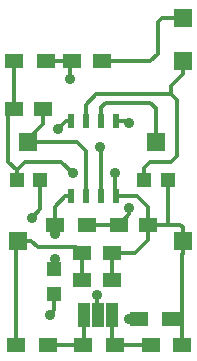
<source format=gtl>
G04 #@! TF.FileFunction,Copper,L1,Top,Mixed*
%FSLAX46Y46*%
G04 Gerber Fmt 4.6, Leading zero omitted, Abs format (unit mm)*
G04 Created by KiCad (PCBNEW (2015-12-01 BZR 6337, Git 6f5a49b)-product) date Thu 03 Dec 2015 11:37:21 AM CET*
%MOMM*%
G01*
G04 APERTURE LIST*
%ADD10C,0.100000*%
%ADD11R,1.500000X1.250000*%
%ADD12R,1.000000X2.000000*%
%ADD13R,1.650000X1.650000*%
%ADD14R,1.500000X1.300000*%
%ADD15R,1.198880X1.198880*%
%ADD16R,1.600200X1.501140*%
%ADD17R,0.508000X1.143000*%
%ADD18C,0.889000*%
%ADD19C,0.304800*%
G04 APERTURE END LIST*
D10*
D11*
X184926174Y-29233456D03*
X182426174Y-29233456D03*
X186350000Y-43100000D03*
X188850000Y-43100000D03*
X183250000Y-47750000D03*
X185750000Y-47750000D03*
X183250000Y-45500000D03*
X185750000Y-45500000D03*
X179950000Y-33300000D03*
X177450000Y-33300000D03*
D12*
X185800000Y-50700000D03*
X184600000Y-50700000D03*
X183400000Y-50700000D03*
D13*
X191770000Y-25600000D03*
X191770000Y-29210000D03*
X177800000Y-44450000D03*
X191770000Y-44450000D03*
D14*
X180226174Y-29233456D03*
X177526174Y-29233456D03*
X183650000Y-43100000D03*
X180950000Y-43100000D03*
X177650000Y-53250000D03*
X180350000Y-53250000D03*
X183350000Y-53250000D03*
X186050000Y-53250000D03*
X189050000Y-53250000D03*
X191750000Y-53250000D03*
D15*
X177699240Y-39300860D03*
X179700760Y-39300860D03*
D16*
X178700000Y-36049660D03*
D17*
X182295000Y-34325000D03*
X183565000Y-34325000D03*
X184835000Y-34325000D03*
X186105000Y-34325000D03*
X186105000Y-40675000D03*
X184835000Y-40675000D03*
X183565000Y-40675000D03*
X182295000Y-40675000D03*
D15*
X188499240Y-39300860D03*
X190500760Y-39300860D03*
D16*
X189500000Y-36049660D03*
D15*
X180900000Y-46850980D03*
X180900000Y-48949020D03*
D14*
X188050000Y-51100000D03*
X190750000Y-51100000D03*
D18*
X182250000Y-30750000D03*
X184750000Y-36500000D03*
X187250000Y-41678310D03*
X187250000Y-34500000D03*
X186000000Y-38750000D03*
X182500000Y-38750000D03*
X181250000Y-35000000D03*
X184509699Y-49070442D03*
X179000000Y-42500000D03*
X181000000Y-46003310D03*
X181000000Y-43900000D03*
X187200000Y-51100000D03*
X180500000Y-50700000D03*
D19*
X189650000Y-28600000D02*
X189016544Y-29233456D01*
X189016544Y-29233456D02*
X184926174Y-29233456D01*
X189650000Y-25950000D02*
X189650000Y-28600000D01*
X190000000Y-25600000D02*
X189650000Y-25950000D01*
X191770000Y-25600000D02*
X190000000Y-25600000D01*
X191776174Y-25626174D02*
X191750000Y-25600000D01*
X182250000Y-30750000D02*
X182250000Y-29409630D01*
X182250000Y-29409630D02*
X182426174Y-29233456D01*
X184835000Y-40675000D02*
X184835000Y-36585000D01*
X184835000Y-36585000D02*
X184750000Y-36500000D01*
X180226174Y-29233456D02*
X182426174Y-29233456D01*
X186350000Y-43100000D02*
X183650000Y-43100000D01*
X187250000Y-41678310D02*
X187250000Y-42200000D01*
X187250000Y-42200000D02*
X186350000Y-43100000D01*
X186105000Y-34325000D02*
X187075000Y-34325000D01*
X187075000Y-34325000D02*
X187250000Y-34500000D01*
X191750000Y-45599800D02*
X191750000Y-51126684D01*
X191750000Y-51126684D02*
X191750000Y-53250000D01*
X190750000Y-51100000D02*
X191723316Y-51100000D01*
X191723316Y-51100000D02*
X191750000Y-51126684D01*
X191770000Y-44450000D02*
X191770000Y-45579800D01*
X191770000Y-45579800D02*
X191750000Y-45599800D01*
X188850000Y-44400000D02*
X187750000Y-45500000D01*
X187750000Y-45500000D02*
X185750000Y-45500000D01*
X188850000Y-43100000D02*
X188850000Y-44400000D01*
X185750000Y-45500000D02*
X185750000Y-47750000D01*
X186000000Y-38750000D02*
X186000000Y-40570000D01*
X186000000Y-40570000D02*
X186105000Y-40675000D01*
X178398480Y-37750000D02*
X181500000Y-37750000D01*
X181500000Y-37750000D02*
X182500000Y-38750000D01*
X177699240Y-38449240D02*
X178398480Y-37750000D01*
X187925000Y-40675000D02*
X188850000Y-41600000D01*
X188850000Y-41600000D02*
X188850000Y-43100000D01*
X186105000Y-40675000D02*
X187925000Y-40675000D01*
X190591603Y-43100000D02*
X191549800Y-43100000D01*
X188850000Y-43100000D02*
X190591603Y-43100000D01*
X190591603Y-43100000D02*
X190500760Y-43009157D01*
X190500760Y-43009157D02*
X190500760Y-39300860D01*
X191549800Y-43100000D02*
X191770000Y-43320200D01*
X191770000Y-43320200D02*
X191770000Y-44450000D01*
X177699240Y-39300860D02*
X177699240Y-38449240D01*
X177000000Y-37750000D02*
X177000000Y-33750000D01*
X177699240Y-38449240D02*
X177000000Y-37750000D01*
X177000000Y-33750000D02*
X177450000Y-33300000D01*
X177450000Y-33300000D02*
X177450000Y-29309630D01*
X177450000Y-29309630D02*
X177526174Y-29233456D01*
X183250000Y-45500000D02*
X182750000Y-45000000D01*
X179500000Y-45000000D02*
X178950000Y-44450000D01*
X182750000Y-45000000D02*
X179500000Y-45000000D01*
X178950000Y-44450000D02*
X177800000Y-44450000D01*
X183250000Y-45500000D02*
X183250000Y-47750000D01*
X182295000Y-34325000D02*
X181925000Y-34325000D01*
X181925000Y-34325000D02*
X181250000Y-35000000D01*
X177650000Y-53250000D02*
X177650000Y-44600000D01*
X177650000Y-44600000D02*
X177800000Y-44450000D01*
X182799660Y-36049660D02*
X183565000Y-36815000D01*
X183565000Y-36815000D02*
X183565000Y-40675000D01*
X178700000Y-36049660D02*
X182799660Y-36049660D01*
X178700000Y-36049660D02*
X178700000Y-35800000D01*
X178700000Y-35800000D02*
X179950000Y-34550000D01*
X179950000Y-34550000D02*
X179950000Y-33300000D01*
X185800000Y-50700000D02*
X185800000Y-53000000D01*
X185800000Y-53000000D02*
X186050000Y-53250000D01*
X186050000Y-53250000D02*
X189050000Y-53250000D01*
X184509699Y-49070442D02*
X184509699Y-50609699D01*
X184509699Y-50609699D02*
X184600000Y-50700000D01*
X179700760Y-39300860D02*
X179700760Y-41799240D01*
X179700760Y-41799240D02*
X179000000Y-42500000D01*
X183400000Y-50700000D02*
X183400000Y-53200000D01*
X183400000Y-53200000D02*
X183350000Y-53250000D01*
X180350000Y-53250000D02*
X183350000Y-53250000D01*
X191770000Y-29210000D02*
X191770000Y-30339800D01*
X191770000Y-30339800D02*
X190788790Y-31321010D01*
X190788790Y-31321010D02*
X190788790Y-32038790D01*
X183565000Y-34325000D02*
X183565000Y-32935000D01*
X188499240Y-38250760D02*
X188499240Y-39300860D01*
X183565000Y-32935000D02*
X184461210Y-32038790D01*
X184461210Y-32038790D02*
X190788790Y-32038790D01*
X190788790Y-32038790D02*
X191250000Y-32500000D01*
X191250000Y-32500000D02*
X191250000Y-37250000D01*
X191250000Y-37250000D02*
X190750000Y-37750000D01*
X190750000Y-37750000D02*
X189000000Y-37750000D01*
X189000000Y-37750000D02*
X188499240Y-38250760D01*
X189000000Y-32750000D02*
X189500000Y-33250000D01*
X189500000Y-33250000D02*
X189500000Y-36049660D01*
X185250000Y-32750000D02*
X189000000Y-32750000D01*
X184835000Y-33165000D02*
X185250000Y-32750000D01*
X184835000Y-34325000D02*
X184835000Y-33165000D01*
X181000000Y-46003310D02*
X181000000Y-46750980D01*
X181000000Y-46750980D02*
X180900000Y-46850980D01*
X180950000Y-43100000D02*
X180950000Y-43850000D01*
X180950000Y-43850000D02*
X181000000Y-43900000D01*
X180950000Y-43100000D02*
X180950000Y-41550000D01*
X180950000Y-41550000D02*
X181825000Y-40675000D01*
X181825000Y-40675000D02*
X182295000Y-40675000D01*
X187200000Y-51100000D02*
X188050000Y-51100000D01*
X180900000Y-48949020D02*
X180900000Y-50300000D01*
X180900000Y-50300000D02*
X180500000Y-50700000D01*
M02*

</source>
